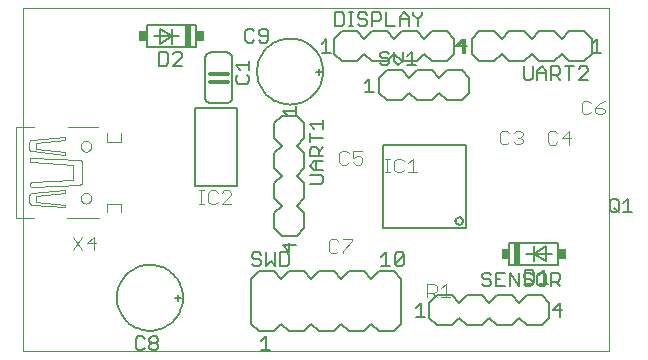
<source format=gto>
G75*
%MOIN*%
%OFA0B0*%
%FSLAX24Y24*%
%IPPOS*%
%LPD*%
%AMOC8*
5,1,8,0,0,1.08239X$1,22.5*
%
%ADD10C,0.0000*%
%ADD11C,0.0050*%
%ADD12C,0.0040*%
%ADD13C,0.0080*%
%ADD14C,0.0060*%
%ADD15C,0.0120*%
%ADD16R,0.0200X0.0736*%
%ADD17R,0.0250X0.0335*%
D10*
X000352Y000270D02*
X000352Y011716D01*
X019882Y011716D01*
X019882Y000270D01*
X000352Y000270D01*
X002275Y005374D02*
X002277Y005400D01*
X002283Y005426D01*
X002293Y005451D01*
X002306Y005474D01*
X002322Y005494D01*
X002342Y005512D01*
X002364Y005527D01*
X002387Y005539D01*
X002413Y005547D01*
X002439Y005551D01*
X002465Y005551D01*
X002491Y005547D01*
X002517Y005539D01*
X002541Y005527D01*
X002562Y005512D01*
X002582Y005494D01*
X002598Y005474D01*
X002611Y005451D01*
X002621Y005426D01*
X002627Y005400D01*
X002629Y005374D01*
X002627Y005348D01*
X002621Y005322D01*
X002611Y005297D01*
X002598Y005274D01*
X002582Y005254D01*
X002562Y005236D01*
X002540Y005221D01*
X002517Y005209D01*
X002491Y005201D01*
X002465Y005197D01*
X002439Y005197D01*
X002413Y005201D01*
X002387Y005209D01*
X002363Y005221D01*
X002342Y005236D01*
X002322Y005254D01*
X002306Y005274D01*
X002293Y005297D01*
X002283Y005322D01*
X002277Y005348D01*
X002275Y005374D01*
X002275Y007106D02*
X002277Y007132D01*
X002283Y007158D01*
X002293Y007183D01*
X002306Y007206D01*
X002322Y007226D01*
X002342Y007244D01*
X002364Y007259D01*
X002387Y007271D01*
X002413Y007279D01*
X002439Y007283D01*
X002465Y007283D01*
X002491Y007279D01*
X002517Y007271D01*
X002541Y007259D01*
X002562Y007244D01*
X002582Y007226D01*
X002598Y007206D01*
X002611Y007183D01*
X002621Y007158D01*
X002627Y007132D01*
X002629Y007106D01*
X002627Y007080D01*
X002621Y007054D01*
X002611Y007029D01*
X002598Y007006D01*
X002582Y006986D01*
X002562Y006968D01*
X002540Y006953D01*
X002517Y006941D01*
X002491Y006933D01*
X002465Y006929D01*
X002439Y006929D01*
X002413Y006933D01*
X002387Y006941D01*
X002363Y006953D01*
X002342Y006968D01*
X002322Y006986D01*
X002306Y007006D01*
X002293Y007029D01*
X002283Y007054D01*
X002277Y007080D01*
X002275Y007106D01*
D11*
X007446Y009269D02*
X007521Y009194D01*
X007822Y009194D01*
X007897Y009269D01*
X007897Y009419D01*
X007822Y009494D01*
X007897Y009655D02*
X007897Y009955D01*
X007897Y009805D02*
X007446Y009805D01*
X007597Y009655D01*
X007521Y009494D02*
X007446Y009419D01*
X007446Y009269D01*
X005657Y009795D02*
X005356Y009795D01*
X005657Y010095D01*
X005657Y010170D01*
X005582Y010245D01*
X005431Y010245D01*
X005356Y010170D01*
X005196Y010170D02*
X005121Y010245D01*
X004896Y010245D01*
X004896Y009795D01*
X005121Y009795D01*
X005196Y009870D01*
X005196Y010170D01*
X007766Y010640D02*
X007841Y010565D01*
X007991Y010565D01*
X008066Y010640D01*
X008226Y010640D02*
X008301Y010565D01*
X008452Y010565D01*
X008527Y010640D01*
X008527Y010940D01*
X008452Y011015D01*
X008301Y011015D01*
X008226Y010940D01*
X008226Y010865D01*
X008301Y010790D01*
X008527Y010790D01*
X008066Y010940D02*
X007991Y011015D01*
X007841Y011015D01*
X007766Y010940D01*
X007766Y010640D01*
X010307Y010525D02*
X010457Y010675D01*
X010457Y010225D01*
X010307Y010225D02*
X010607Y010225D01*
X010757Y011125D02*
X010982Y011125D01*
X011057Y011200D01*
X011057Y011500D01*
X010982Y011575D01*
X010757Y011575D01*
X010757Y011125D01*
X011217Y011125D02*
X011367Y011125D01*
X011292Y011125D02*
X011292Y011575D01*
X011217Y011575D02*
X011367Y011575D01*
X011524Y011500D02*
X011524Y011425D01*
X011599Y011350D01*
X011749Y011350D01*
X011824Y011275D01*
X011824Y011200D01*
X011749Y011125D01*
X011599Y011125D01*
X011524Y011200D01*
X011524Y011500D02*
X011599Y011575D01*
X011749Y011575D01*
X011824Y011500D01*
X011985Y011575D02*
X012210Y011575D01*
X012285Y011500D01*
X012285Y011350D01*
X012210Y011275D01*
X011985Y011275D01*
X011985Y011125D02*
X011985Y011575D01*
X012445Y011575D02*
X012445Y011125D01*
X012745Y011125D01*
X012905Y011125D02*
X012905Y011425D01*
X013055Y011575D01*
X013206Y011425D01*
X013206Y011125D01*
X013516Y011125D02*
X013516Y011350D01*
X013666Y011500D01*
X013666Y011575D01*
X013516Y011350D02*
X013366Y011500D01*
X013366Y011575D01*
X013206Y011350D02*
X012905Y011350D01*
X014776Y010450D02*
X015077Y010450D01*
X015157Y010450D02*
X014857Y010450D01*
X015082Y010675D01*
X015082Y010225D01*
X015002Y010225D02*
X015002Y010675D01*
X014776Y010450D01*
X013468Y009815D02*
X013168Y009815D01*
X013318Y009815D02*
X013318Y010265D01*
X013168Y010115D01*
X013007Y009965D02*
X013007Y010265D01*
X012707Y010265D02*
X012707Y009965D01*
X012857Y009815D01*
X013007Y009965D01*
X012547Y009965D02*
X012547Y009890D01*
X012472Y009815D01*
X012322Y009815D01*
X012247Y009890D01*
X012322Y010040D02*
X012472Y010040D01*
X012547Y009965D01*
X012322Y010040D02*
X012247Y010115D01*
X012247Y010190D01*
X012322Y010265D01*
X012472Y010265D01*
X012547Y010190D01*
X011897Y009365D02*
X011897Y008915D01*
X011747Y008915D02*
X012047Y008915D01*
X011747Y009215D02*
X011897Y009365D01*
X009457Y008445D02*
X009457Y008145D01*
X009457Y008295D02*
X009006Y008295D01*
X009157Y008145D01*
X009906Y007845D02*
X010057Y007695D01*
X009906Y007534D02*
X009906Y007234D01*
X009981Y007074D02*
X010132Y007074D01*
X010207Y006999D01*
X010207Y006774D01*
X010357Y006774D02*
X009906Y006774D01*
X009906Y006999D01*
X009981Y007074D01*
X010207Y006924D02*
X010357Y007074D01*
X010357Y007384D02*
X009906Y007384D01*
X010357Y007695D02*
X010357Y007995D01*
X010357Y007845D02*
X009906Y007845D01*
X012354Y007148D02*
X015110Y007148D01*
X015110Y004392D01*
X015027Y004392D01*
X015023Y004392D02*
X012354Y004392D01*
X012354Y007148D01*
X010357Y006614D02*
X010057Y006614D01*
X009906Y006464D01*
X010057Y006313D01*
X010357Y006313D01*
X010132Y006313D02*
X010132Y006614D01*
X010282Y006153D02*
X009906Y006153D01*
X010282Y006153D02*
X010357Y006078D01*
X010357Y005928D01*
X010282Y005853D01*
X009906Y005853D01*
X009232Y003895D02*
X009232Y003595D01*
X009006Y003820D01*
X009457Y003820D01*
X009138Y003575D02*
X008913Y003575D01*
X008913Y003125D01*
X009138Y003125D01*
X009213Y003200D01*
X009213Y003500D01*
X009138Y003575D01*
X008752Y003575D02*
X008752Y003125D01*
X008602Y003275D01*
X008452Y003125D01*
X008452Y003575D01*
X008292Y003500D02*
X008217Y003575D01*
X008067Y003575D01*
X007992Y003500D01*
X007992Y003425D01*
X008067Y003350D01*
X008217Y003350D01*
X008292Y003275D01*
X008292Y003200D01*
X008217Y003125D01*
X008067Y003125D01*
X007992Y003200D01*
X012292Y003125D02*
X012592Y003125D01*
X012442Y003125D02*
X012442Y003575D01*
X012292Y003425D01*
X012752Y003500D02*
X012752Y003200D01*
X013052Y003500D01*
X013052Y003200D01*
X012977Y003125D01*
X012827Y003125D01*
X012752Y003200D01*
X012752Y003500D02*
X012827Y003575D01*
X012977Y003575D01*
X013052Y003500D01*
X014768Y004616D02*
X014770Y004638D01*
X014776Y004659D01*
X014785Y004678D01*
X014798Y004696D01*
X014814Y004711D01*
X014832Y004723D01*
X014852Y004731D01*
X014873Y004736D01*
X014894Y004737D01*
X014916Y004734D01*
X014937Y004727D01*
X014956Y004717D01*
X014973Y004703D01*
X014987Y004687D01*
X014998Y004668D01*
X015006Y004648D01*
X015010Y004627D01*
X015010Y004605D01*
X015006Y004584D01*
X014998Y004564D01*
X014987Y004545D01*
X014973Y004529D01*
X014956Y004515D01*
X014937Y004505D01*
X014916Y004498D01*
X014894Y004495D01*
X014873Y004496D01*
X014852Y004501D01*
X014832Y004509D01*
X014814Y004521D01*
X014798Y004536D01*
X014785Y004554D01*
X014776Y004573D01*
X014770Y004594D01*
X014768Y004616D01*
X017097Y002975D02*
X017322Y002975D01*
X017397Y002900D01*
X017397Y002600D01*
X017322Y002525D01*
X017097Y002525D01*
X017097Y002975D01*
X017113Y002895D02*
X017038Y002820D01*
X017038Y002745D01*
X017113Y002670D01*
X017263Y002670D01*
X017338Y002595D01*
X017338Y002520D01*
X017263Y002445D01*
X017113Y002445D01*
X017038Y002520D01*
X016878Y002445D02*
X016878Y002895D01*
X017113Y002895D02*
X017263Y002895D01*
X017338Y002820D01*
X017498Y002820D02*
X017573Y002895D01*
X017724Y002895D01*
X017799Y002820D01*
X017799Y002520D01*
X017724Y002445D01*
X017573Y002445D01*
X017498Y002520D01*
X017498Y002820D01*
X017557Y002825D02*
X017707Y002975D01*
X017707Y002525D01*
X017557Y002525D02*
X017857Y002525D01*
X017959Y002595D02*
X018184Y002595D01*
X018259Y002670D01*
X018259Y002820D01*
X018184Y002895D01*
X017959Y002895D01*
X017959Y002445D01*
X018109Y002595D02*
X018259Y002445D01*
X018242Y001875D02*
X018017Y001650D01*
X018317Y001650D01*
X018242Y001425D02*
X018242Y001875D01*
X016878Y002445D02*
X016578Y002895D01*
X016578Y002445D01*
X016417Y002445D02*
X016117Y002445D01*
X016117Y002895D01*
X016417Y002895D01*
X016267Y002670D02*
X016117Y002670D01*
X015957Y002595D02*
X015957Y002520D01*
X015882Y002445D01*
X015732Y002445D01*
X015657Y002520D01*
X015732Y002670D02*
X015882Y002670D01*
X015957Y002595D01*
X015732Y002670D02*
X015657Y002745D01*
X015657Y002820D01*
X015732Y002895D01*
X015882Y002895D01*
X015957Y002820D01*
X013617Y001875D02*
X013467Y001725D01*
X013617Y001875D02*
X013617Y001425D01*
X013467Y001425D02*
X013767Y001425D01*
X008592Y000325D02*
X008292Y000325D01*
X008442Y000325D02*
X008442Y000775D01*
X008292Y000625D01*
X004867Y000625D02*
X004792Y000550D01*
X004641Y000550D01*
X004566Y000625D01*
X004566Y000700D01*
X004641Y000775D01*
X004792Y000775D01*
X004867Y000700D01*
X004867Y000625D01*
X004792Y000550D02*
X004867Y000475D01*
X004867Y000400D01*
X004792Y000325D01*
X004641Y000325D01*
X004566Y000400D01*
X004566Y000475D01*
X004641Y000550D01*
X004406Y000400D02*
X004331Y000325D01*
X004181Y000325D01*
X004106Y000400D01*
X004106Y000700D01*
X004181Y000775D01*
X004331Y000775D01*
X004406Y000700D01*
X019906Y004980D02*
X019981Y004905D01*
X020131Y004905D01*
X020206Y004980D01*
X020206Y005280D01*
X020131Y005355D01*
X019981Y005355D01*
X019906Y005280D01*
X019906Y004980D01*
X020056Y005055D02*
X020206Y004905D01*
X020366Y004905D02*
X020667Y004905D01*
X020517Y004905D02*
X020517Y005355D01*
X020366Y005205D01*
X019177Y009325D02*
X018876Y009325D01*
X019177Y009625D01*
X019177Y009700D01*
X019102Y009775D01*
X018951Y009775D01*
X018876Y009700D01*
X018716Y009775D02*
X018416Y009775D01*
X018566Y009775D02*
X018566Y009325D01*
X018256Y009325D02*
X018106Y009475D01*
X018181Y009475D02*
X017956Y009475D01*
X017956Y009325D02*
X017956Y009775D01*
X018181Y009775D01*
X018256Y009700D01*
X018256Y009550D01*
X018181Y009475D01*
X017795Y009550D02*
X017495Y009550D01*
X017495Y009625D02*
X017645Y009775D01*
X017795Y009625D01*
X017795Y009325D01*
X017495Y009325D02*
X017495Y009625D01*
X017335Y009775D02*
X017335Y009400D01*
X017260Y009325D01*
X017110Y009325D01*
X017035Y009400D01*
X017035Y009775D01*
X019326Y010225D02*
X019627Y010225D01*
X019477Y010225D02*
X019477Y010675D01*
X019326Y010525D01*
D12*
X019201Y008630D02*
X019048Y008630D01*
X018971Y008554D01*
X018971Y008247D01*
X019048Y008170D01*
X019201Y008170D01*
X019278Y008247D01*
X019431Y008247D02*
X019508Y008170D01*
X019662Y008170D01*
X019738Y008247D01*
X019738Y008323D01*
X019662Y008400D01*
X019431Y008400D01*
X019431Y008247D01*
X019431Y008400D02*
X019585Y008554D01*
X019738Y008630D01*
X019278Y008554D02*
X019201Y008630D01*
X018542Y007620D02*
X018311Y007390D01*
X018618Y007390D01*
X018158Y007544D02*
X018081Y007620D01*
X017928Y007620D01*
X017851Y007544D01*
X017851Y007237D01*
X017928Y007160D01*
X018081Y007160D01*
X018158Y007237D01*
X018542Y007160D02*
X018542Y007620D01*
X017009Y007554D02*
X017009Y007477D01*
X016932Y007400D01*
X017009Y007323D01*
X017009Y007247D01*
X016932Y007170D01*
X016779Y007170D01*
X016702Y007247D01*
X016549Y007247D02*
X016472Y007170D01*
X016319Y007170D01*
X016242Y007247D01*
X016242Y007554D01*
X016319Y007630D01*
X016472Y007630D01*
X016549Y007554D01*
X016702Y007554D02*
X016779Y007630D01*
X016932Y007630D01*
X017009Y007554D01*
X016932Y007400D02*
X016856Y007400D01*
X013496Y006239D02*
X013190Y006239D01*
X013343Y006239D02*
X013343Y006699D01*
X013190Y006545D01*
X013036Y006622D02*
X012959Y006699D01*
X012806Y006699D01*
X012729Y006622D01*
X012729Y006315D01*
X012806Y006239D01*
X012959Y006239D01*
X013036Y006315D01*
X012576Y006239D02*
X012422Y006239D01*
X012499Y006239D02*
X012499Y006699D01*
X012422Y006699D02*
X012576Y006699D01*
X011668Y006720D02*
X011668Y006567D01*
X011592Y006490D01*
X011438Y006490D01*
X011361Y006567D01*
X011208Y006567D02*
X011131Y006490D01*
X010978Y006490D01*
X010901Y006567D01*
X010901Y006874D01*
X010978Y006950D01*
X011131Y006950D01*
X011208Y006874D01*
X011361Y006950D02*
X011361Y006720D01*
X011515Y006797D01*
X011592Y006797D01*
X011668Y006720D01*
X011668Y006950D02*
X011361Y006950D01*
X007296Y005564D02*
X007219Y005640D01*
X007066Y005640D01*
X006989Y005564D01*
X006836Y005564D02*
X006759Y005640D01*
X006605Y005640D01*
X006529Y005564D01*
X006529Y005257D01*
X006605Y005180D01*
X006759Y005180D01*
X006836Y005257D01*
X006989Y005180D02*
X007296Y005487D01*
X007296Y005564D01*
X007296Y005180D02*
X006989Y005180D01*
X006375Y005180D02*
X006222Y005180D01*
X006299Y005180D02*
X006299Y005640D01*
X006375Y005640D02*
X006222Y005640D01*
X003616Y005177D02*
X003616Y004928D01*
X003616Y005177D02*
X003164Y005177D01*
X003164Y004931D01*
X002879Y004725D02*
X001821Y004725D01*
X001736Y005075D02*
X001736Y005157D01*
X000796Y005259D01*
X000796Y005463D01*
X001736Y005566D01*
X001736Y005647D01*
X000653Y005545D01*
X000634Y005541D01*
X000615Y005535D01*
X000598Y005525D01*
X000582Y005513D01*
X000569Y005498D01*
X000558Y005481D01*
X000551Y005463D01*
X000552Y005463D02*
X000543Y005426D01*
X000537Y005389D01*
X000535Y005351D01*
X000537Y005313D01*
X000543Y005276D01*
X000552Y005239D01*
X000551Y005239D02*
X000558Y005221D01*
X000569Y005204D01*
X000582Y005189D01*
X000598Y005177D01*
X000615Y005167D01*
X000634Y005161D01*
X000653Y005157D01*
X001736Y005075D01*
X000714Y004728D02*
X000122Y004728D01*
X000122Y007752D01*
X000714Y007752D01*
X000120Y007755D02*
X000120Y004725D01*
X000122Y004728D02*
X000122Y004728D01*
X002022Y004100D02*
X002329Y003640D01*
X002022Y003640D02*
X002329Y004100D01*
X002482Y003870D02*
X002789Y003870D01*
X002712Y004100D02*
X002482Y003870D01*
X002712Y003640D02*
X002712Y004100D01*
X002247Y005831D02*
X000653Y005750D01*
X000653Y005749D02*
X000637Y005751D01*
X000622Y005755D01*
X000607Y005763D01*
X000595Y005773D01*
X000585Y005785D01*
X000577Y005800D01*
X000573Y005815D01*
X000571Y005831D01*
X000573Y005847D01*
X000577Y005862D01*
X000585Y005877D01*
X000595Y005889D01*
X000607Y005899D01*
X000622Y005907D01*
X000637Y005911D01*
X000653Y005913D01*
X002002Y005995D01*
X002002Y006485D01*
X000653Y006567D01*
X000637Y006569D01*
X000622Y006573D01*
X000607Y006581D01*
X000595Y006591D01*
X000585Y006603D01*
X000577Y006618D01*
X000573Y006633D01*
X000571Y006649D01*
X000571Y006649D01*
X000573Y006665D01*
X000577Y006680D01*
X000585Y006695D01*
X000595Y006707D01*
X000607Y006717D01*
X000622Y006725D01*
X000637Y006729D01*
X000653Y006731D01*
X002247Y006649D01*
X002248Y006649D02*
X002266Y006646D01*
X002283Y006639D01*
X002298Y006630D01*
X002311Y006617D01*
X002320Y006602D01*
X002327Y006585D01*
X002330Y006567D01*
X002329Y006567D02*
X002329Y005913D01*
X002330Y005913D02*
X002327Y005895D01*
X002320Y005878D01*
X002311Y005863D01*
X002298Y005850D01*
X002283Y005841D01*
X002266Y005834D01*
X002248Y005831D01*
X001736Y006833D02*
X001736Y006914D01*
X000796Y007017D01*
X000796Y007221D01*
X001736Y007323D01*
X001736Y007405D01*
X000653Y007323D01*
X000653Y007324D02*
X000634Y007320D01*
X000615Y007314D01*
X000598Y007304D01*
X000582Y007292D01*
X000569Y007277D01*
X000558Y007260D01*
X000551Y007242D01*
X000552Y007241D02*
X000543Y007204D01*
X000537Y007167D01*
X000535Y007129D01*
X000537Y007091D01*
X000543Y007054D01*
X000552Y007017D01*
X000551Y007017D02*
X000558Y006999D01*
X000569Y006982D01*
X000582Y006967D01*
X000598Y006955D01*
X000615Y006945D01*
X000634Y006939D01*
X000653Y006935D01*
X001736Y006833D01*
X003164Y007263D02*
X003164Y007549D01*
X003164Y007263D02*
X003609Y007263D01*
X003609Y007549D01*
X002839Y007755D02*
X001841Y007755D01*
X010551Y003934D02*
X010551Y003627D01*
X010628Y003550D01*
X010781Y003550D01*
X010858Y003627D01*
X011011Y003627D02*
X011011Y003550D01*
X011011Y003627D02*
X011318Y003934D01*
X011318Y004010D01*
X011011Y004010D01*
X010858Y003934D02*
X010781Y004010D01*
X010628Y004010D01*
X010551Y003934D01*
X013831Y002530D02*
X014061Y002530D01*
X014138Y002454D01*
X014138Y002300D01*
X014061Y002223D01*
X013831Y002223D01*
X013831Y002070D02*
X013831Y002530D01*
X014291Y002377D02*
X014445Y002530D01*
X014445Y002070D01*
X014598Y002070D02*
X014291Y002070D01*
X014138Y002070D02*
X013984Y002223D01*
D13*
X007472Y005790D02*
X007472Y008370D01*
X006072Y008370D01*
X006072Y005790D01*
X007472Y005790D01*
D14*
X008732Y005880D02*
X008732Y005380D01*
X008982Y005130D01*
X008732Y004880D01*
X008732Y004380D01*
X008982Y004130D01*
X009482Y004130D01*
X009732Y004380D01*
X009732Y004880D01*
X009482Y005130D01*
X009732Y005380D01*
X009732Y005880D01*
X009482Y006130D01*
X009732Y006380D01*
X009732Y006880D01*
X009482Y007130D01*
X009732Y007380D01*
X009732Y007880D01*
X009482Y008130D01*
X008982Y008130D01*
X008732Y007880D01*
X008732Y007380D01*
X008982Y007130D01*
X008732Y006880D01*
X008732Y006380D01*
X008982Y006130D01*
X008732Y005880D01*
X007122Y008540D02*
X006622Y008540D01*
X006596Y008542D01*
X006570Y008547D01*
X006545Y008555D01*
X006522Y008567D01*
X006500Y008581D01*
X006481Y008599D01*
X006463Y008618D01*
X006449Y008640D01*
X006437Y008663D01*
X006429Y008688D01*
X006424Y008714D01*
X006422Y008740D01*
X006422Y010040D01*
X006424Y010066D01*
X006429Y010092D01*
X006437Y010117D01*
X006449Y010140D01*
X006463Y010162D01*
X006481Y010181D01*
X006500Y010199D01*
X006522Y010213D01*
X006545Y010225D01*
X006570Y010233D01*
X006596Y010238D01*
X006622Y010240D01*
X007122Y010240D01*
X007148Y010238D01*
X007174Y010233D01*
X007199Y010225D01*
X007222Y010213D01*
X007244Y010199D01*
X007263Y010181D01*
X007281Y010162D01*
X007295Y010140D01*
X007307Y010117D01*
X007315Y010092D01*
X007320Y010066D01*
X007322Y010040D01*
X007322Y008740D01*
X007320Y008714D01*
X007315Y008688D01*
X007307Y008663D01*
X007295Y008640D01*
X007281Y008618D01*
X007263Y008599D01*
X007244Y008581D01*
X007222Y008567D01*
X007199Y008555D01*
X007174Y008547D01*
X007148Y008542D01*
X007122Y008540D01*
X008152Y009600D02*
X008154Y009666D01*
X008160Y009731D01*
X008170Y009796D01*
X008183Y009861D01*
X008201Y009924D01*
X008222Y009987D01*
X008247Y010047D01*
X008276Y010107D01*
X008308Y010164D01*
X008343Y010220D01*
X008382Y010273D01*
X008424Y010324D01*
X008468Y010372D01*
X008516Y010417D01*
X008566Y010460D01*
X008619Y010499D01*
X008674Y010536D01*
X008731Y010569D01*
X008790Y010598D01*
X008850Y010624D01*
X008912Y010646D01*
X008975Y010665D01*
X009039Y010679D01*
X009104Y010690D01*
X009170Y010697D01*
X009236Y010700D01*
X009301Y010699D01*
X009367Y010694D01*
X009432Y010685D01*
X009497Y010672D01*
X009560Y010656D01*
X009623Y010636D01*
X009684Y010611D01*
X009744Y010584D01*
X009802Y010553D01*
X009858Y010518D01*
X009912Y010480D01*
X009963Y010439D01*
X010012Y010395D01*
X010058Y010348D01*
X010102Y010299D01*
X010142Y010247D01*
X010179Y010192D01*
X010213Y010136D01*
X010243Y010077D01*
X010270Y010017D01*
X010293Y009956D01*
X010312Y009893D01*
X010328Y009829D01*
X010340Y009764D01*
X010348Y009699D01*
X010352Y009633D01*
X010352Y009567D01*
X010348Y009501D01*
X010340Y009436D01*
X010328Y009371D01*
X010312Y009307D01*
X010293Y009244D01*
X010270Y009183D01*
X010243Y009123D01*
X010213Y009064D01*
X010179Y009008D01*
X010142Y008953D01*
X010102Y008901D01*
X010058Y008852D01*
X010012Y008805D01*
X009963Y008761D01*
X009912Y008720D01*
X009858Y008682D01*
X009802Y008647D01*
X009744Y008616D01*
X009684Y008589D01*
X009623Y008564D01*
X009560Y008544D01*
X009497Y008528D01*
X009432Y008515D01*
X009367Y008506D01*
X009301Y008501D01*
X009236Y008500D01*
X009170Y008503D01*
X009104Y008510D01*
X009039Y008521D01*
X008975Y008535D01*
X008912Y008554D01*
X008850Y008576D01*
X008790Y008602D01*
X008731Y008631D01*
X008674Y008664D01*
X008619Y008701D01*
X008566Y008740D01*
X008516Y008783D01*
X008468Y008828D01*
X008424Y008876D01*
X008382Y008927D01*
X008343Y008980D01*
X008308Y009036D01*
X008276Y009093D01*
X008247Y009153D01*
X008222Y009213D01*
X008201Y009276D01*
X008183Y009339D01*
X008170Y009404D01*
X008160Y009469D01*
X008154Y009534D01*
X008152Y009600D01*
X010102Y009600D02*
X010302Y009600D01*
X010202Y009700D02*
X010202Y009500D01*
X010732Y010200D02*
X010982Y009950D01*
X011482Y009950D01*
X011732Y010200D01*
X011982Y009950D01*
X012482Y009950D01*
X012732Y010200D01*
X012982Y009950D01*
X013482Y009950D01*
X013732Y010200D01*
X013982Y009950D01*
X014482Y009950D01*
X014732Y010200D01*
X014732Y010700D01*
X014482Y010950D01*
X013982Y010950D01*
X013732Y010700D01*
X013482Y010950D01*
X012982Y010950D01*
X012732Y010700D01*
X012482Y010950D01*
X011982Y010950D01*
X011732Y010700D01*
X011482Y010950D01*
X010982Y010950D01*
X010732Y010700D01*
X010732Y010200D01*
X012222Y009390D02*
X012472Y009640D01*
X012972Y009640D01*
X013222Y009390D01*
X013472Y009640D01*
X013972Y009640D01*
X014222Y009390D01*
X014472Y009640D01*
X014972Y009640D01*
X015222Y009390D01*
X015222Y008890D01*
X014972Y008640D01*
X014472Y008640D01*
X014222Y008890D01*
X013972Y008640D01*
X013472Y008640D01*
X013222Y008890D01*
X012972Y008640D01*
X012472Y008640D01*
X012222Y008890D01*
X012222Y009390D01*
X015312Y010200D02*
X015312Y010700D01*
X015562Y010950D01*
X016062Y010950D01*
X016312Y010700D01*
X016562Y010950D01*
X017062Y010950D01*
X017312Y010700D01*
X017562Y010950D01*
X018062Y010950D01*
X018312Y010700D01*
X018562Y010950D01*
X019062Y010950D01*
X019312Y010700D01*
X019312Y010200D01*
X019062Y009950D01*
X018562Y009950D01*
X018312Y010200D01*
X018062Y009950D01*
X017562Y009950D01*
X017312Y010200D01*
X017062Y009950D01*
X016562Y009950D01*
X016312Y010200D01*
X016062Y009950D01*
X015562Y009950D01*
X015312Y010200D01*
X006121Y010418D02*
X006121Y011142D01*
X004482Y011142D01*
X004482Y010418D01*
X006121Y010418D01*
X005552Y010780D02*
X005302Y010780D01*
X005302Y011030D01*
X005302Y010780D02*
X005302Y010530D01*
X005302Y010780D02*
X004902Y010530D01*
X004902Y011030D01*
X005302Y010780D01*
X004702Y010780D01*
X016562Y003882D02*
X016562Y003158D01*
X018201Y003158D01*
X018201Y003882D01*
X016562Y003882D01*
X017132Y003520D02*
X017382Y003520D01*
X017382Y003270D01*
X017382Y003520D02*
X017382Y003770D01*
X017382Y003520D02*
X017782Y003770D01*
X017782Y003270D01*
X017382Y003520D01*
X017982Y003520D01*
X017642Y002150D02*
X017142Y002150D01*
X016892Y001900D01*
X016642Y002150D01*
X016142Y002150D01*
X015892Y001900D01*
X015642Y002150D01*
X015142Y002150D01*
X014892Y001900D01*
X014642Y002150D01*
X014142Y002150D01*
X013892Y001900D01*
X013892Y001400D01*
X014142Y001150D01*
X014642Y001150D01*
X014892Y001400D01*
X015142Y001150D01*
X015642Y001150D01*
X015892Y001400D01*
X016142Y001150D01*
X016642Y001150D01*
X016892Y001400D01*
X017142Y001150D01*
X017642Y001150D01*
X017892Y001400D01*
X017892Y001900D01*
X017642Y002150D01*
X012967Y002700D02*
X012967Y001200D01*
X012717Y000950D01*
X012217Y000950D01*
X011967Y001200D01*
X011717Y000950D01*
X011217Y000950D01*
X010967Y001200D01*
X010717Y000950D01*
X010217Y000950D01*
X009967Y001200D01*
X009717Y000950D01*
X009217Y000950D01*
X008967Y001200D01*
X008717Y000950D01*
X008217Y000950D01*
X007967Y001200D01*
X007967Y002700D01*
X008217Y002950D01*
X008717Y002950D01*
X008967Y002700D01*
X009217Y002950D01*
X009717Y002950D01*
X009967Y002700D01*
X010217Y002950D01*
X010717Y002950D01*
X010967Y002700D01*
X011217Y002950D01*
X011717Y002950D01*
X011967Y002700D01*
X012217Y002950D01*
X012717Y002950D01*
X012967Y002700D01*
X005632Y002060D02*
X005432Y002060D01*
X005532Y002160D02*
X005532Y001960D01*
X003482Y002060D02*
X003484Y002126D01*
X003490Y002191D01*
X003500Y002256D01*
X003513Y002321D01*
X003531Y002384D01*
X003552Y002447D01*
X003577Y002507D01*
X003606Y002567D01*
X003638Y002624D01*
X003673Y002680D01*
X003712Y002733D01*
X003754Y002784D01*
X003798Y002832D01*
X003846Y002877D01*
X003896Y002920D01*
X003949Y002959D01*
X004004Y002996D01*
X004061Y003029D01*
X004120Y003058D01*
X004180Y003084D01*
X004242Y003106D01*
X004305Y003125D01*
X004369Y003139D01*
X004434Y003150D01*
X004500Y003157D01*
X004566Y003160D01*
X004631Y003159D01*
X004697Y003154D01*
X004762Y003145D01*
X004827Y003132D01*
X004890Y003116D01*
X004953Y003096D01*
X005014Y003071D01*
X005074Y003044D01*
X005132Y003013D01*
X005188Y002978D01*
X005242Y002940D01*
X005293Y002899D01*
X005342Y002855D01*
X005388Y002808D01*
X005432Y002759D01*
X005472Y002707D01*
X005509Y002652D01*
X005543Y002596D01*
X005573Y002537D01*
X005600Y002477D01*
X005623Y002416D01*
X005642Y002353D01*
X005658Y002289D01*
X005670Y002224D01*
X005678Y002159D01*
X005682Y002093D01*
X005682Y002027D01*
X005678Y001961D01*
X005670Y001896D01*
X005658Y001831D01*
X005642Y001767D01*
X005623Y001704D01*
X005600Y001643D01*
X005573Y001583D01*
X005543Y001524D01*
X005509Y001468D01*
X005472Y001413D01*
X005432Y001361D01*
X005388Y001312D01*
X005342Y001265D01*
X005293Y001221D01*
X005242Y001180D01*
X005188Y001142D01*
X005132Y001107D01*
X005074Y001076D01*
X005014Y001049D01*
X004953Y001024D01*
X004890Y001004D01*
X004827Y000988D01*
X004762Y000975D01*
X004697Y000966D01*
X004631Y000961D01*
X004566Y000960D01*
X004500Y000963D01*
X004434Y000970D01*
X004369Y000981D01*
X004305Y000995D01*
X004242Y001014D01*
X004180Y001036D01*
X004120Y001062D01*
X004061Y001091D01*
X004004Y001124D01*
X003949Y001161D01*
X003896Y001200D01*
X003846Y001243D01*
X003798Y001288D01*
X003754Y001336D01*
X003712Y001387D01*
X003673Y001440D01*
X003638Y001496D01*
X003606Y001553D01*
X003577Y001613D01*
X003552Y001673D01*
X003531Y001736D01*
X003513Y001799D01*
X003500Y001864D01*
X003490Y001929D01*
X003484Y001994D01*
X003482Y002060D01*
D15*
X006572Y009260D02*
X007172Y009260D01*
X007172Y009510D02*
X006572Y009510D01*
D16*
X005852Y010786D03*
X016832Y003514D03*
D17*
X016437Y003520D03*
X018326Y003520D03*
X006246Y010780D03*
X004357Y010780D03*
M02*

</source>
